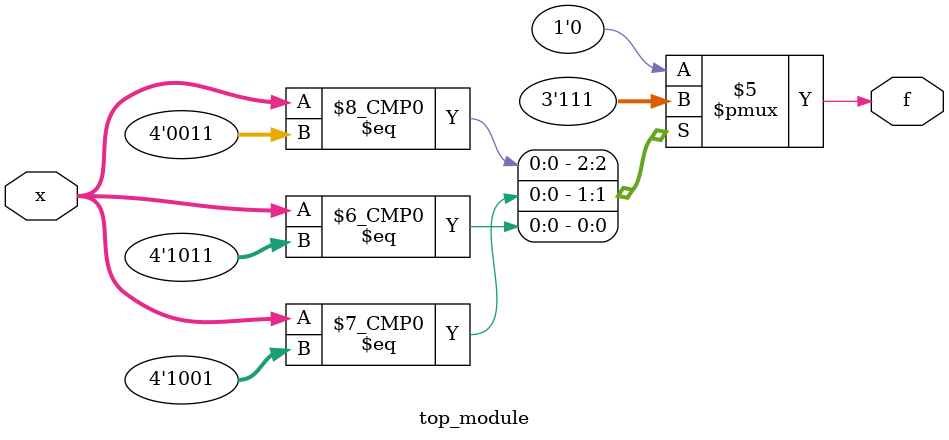
<source format=sv>
module top_module (
    input [4:1] x,
    output logic f
);

always_comb begin
    case (x)
        4'b0001: f = 1'b0;
        4'b0011: f = 1'b1;
        4'b0111: f = 1'b0;
        4'b1001: f = 1'b1;
        4'b1011: f = 1'b1;
        4'b1101: f = 1'b0;
        4'b1111: f = 1'b0;
        default: f = 1'b0; // don't-care condition, can be 0 or 1
    endcase
end

endmodule

</source>
